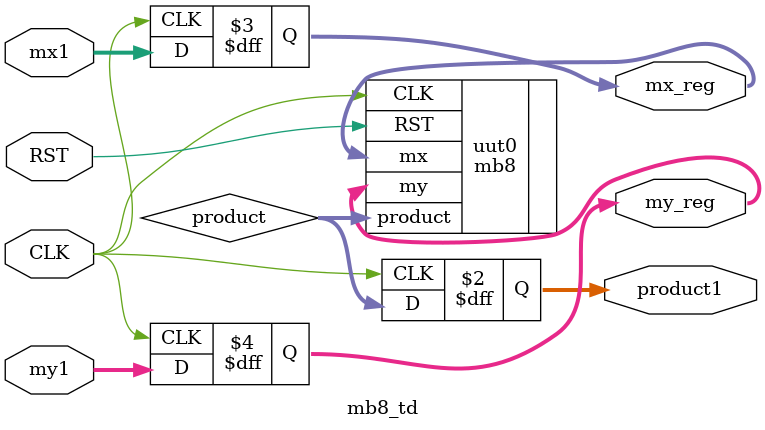
<source format=v>
`timescale 1ns / 1ps
module mb8_td (mx1, my1, CLK, RST, product1, mx_reg, my_reg);
parameter WIDTH=8;   
input wire [WIDTH-1:0] mx1;
input wire [WIDTH-1:0] my1;
input wire CLK;
input wire RST;
output reg [(2*WIDTH)-1:0] product1;
output reg [WIDTH-1:0] mx_reg;
output reg [WIDTH-1:0] my_reg;


wire [(2*WIDTH)-1:0] product;


always@ (posedge CLK)
begin
mx_reg<=mx1;
my_reg<=my1;
product1<=product;
end



	 mb8 uut0 (
		.mx(mx_reg), 
		.my(my_reg),
		.CLK(CLK), 
		.RST(RST),     
		.product(product)

	);


endmodule

</source>
